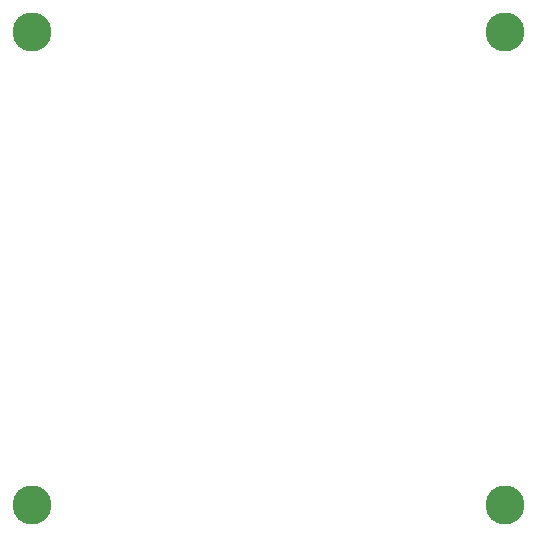
<source format=gbs>
G04 Layer_Color=8150272*
%FSLAX25Y25*%
%MOIN*%
G70*
G01*
G75*
%ADD25C,0.13005*%
D25*
X19685Y19685D02*
D03*
X177165D02*
D03*
Y177165D02*
D03*
X19685D02*
D03*
M02*

</source>
